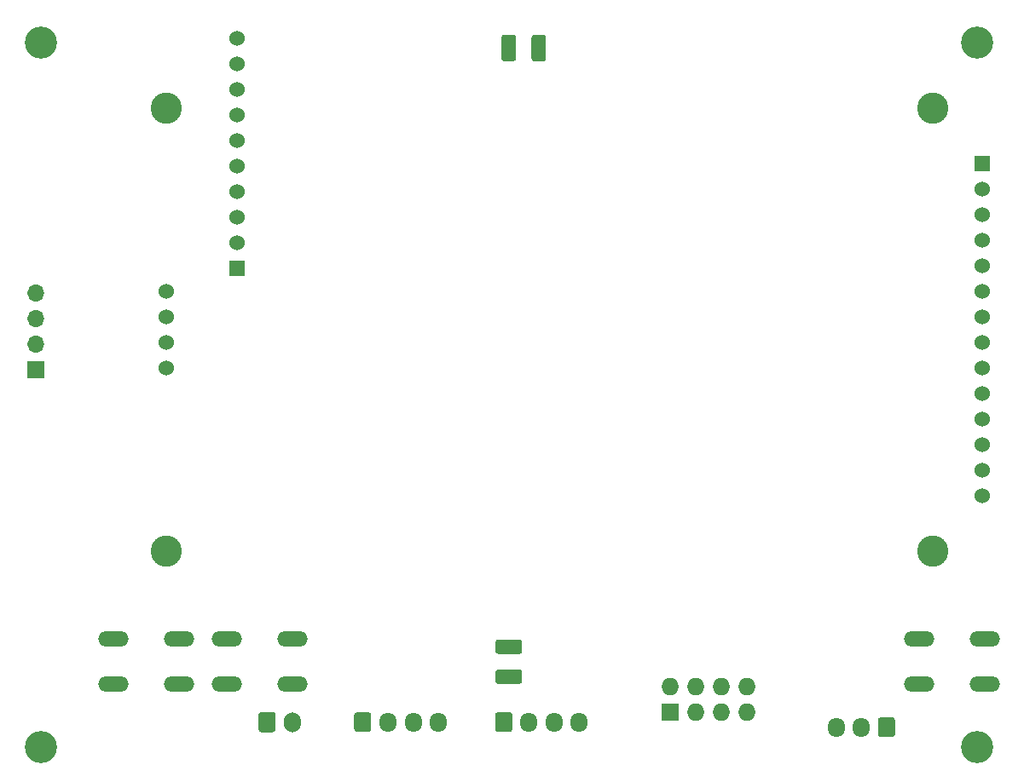
<source format=gbr>
G04 #@! TF.GenerationSoftware,KiCad,Pcbnew,5.1.7-a382d34a8~87~ubuntu18.04.1*
G04 #@! TF.CreationDate,2020-12-04T06:12:41+00:00*
G04 #@! TF.ProjectId,display,64697370-6c61-4792-9e6b-696361645f70,1.0*
G04 #@! TF.SameCoordinates,Original*
G04 #@! TF.FileFunction,Soldermask,Bot*
G04 #@! TF.FilePolarity,Negative*
%FSLAX46Y46*%
G04 Gerber Fmt 4.6, Leading zero omitted, Abs format (unit mm)*
G04 Created by KiCad (PCBNEW 5.1.7-a382d34a8~87~ubuntu18.04.1) date 2020-12-04 06:12:41*
%MOMM*%
%LPD*%
G01*
G04 APERTURE LIST*
%ADD10C,3.200000*%
%ADD11C,3.100000*%
%ADD12R,1.524000X1.524000*%
%ADD13C,1.524000*%
%ADD14R,1.700000X1.700000*%
%ADD15O,1.700000X1.700000*%
%ADD16O,1.700000X2.000000*%
%ADD17R,1.727200X1.727200*%
%ADD18O,1.727200X1.727200*%
%ADD19O,1.700000X1.950000*%
%ADD20O,3.014980X1.506220*%
G04 APERTURE END LIST*
D10*
X102500000Y-137500000D03*
X195500000Y-137500000D03*
X195500000Y-67500000D03*
X102500000Y-67500000D03*
G36*
G01*
X150075000Y-128225000D02*
X147925000Y-128225000D01*
G75*
G02*
X147675000Y-127975000I0J250000D01*
G01*
X147675000Y-127050000D01*
G75*
G02*
X147925000Y-126800000I250000J0D01*
G01*
X150075000Y-126800000D01*
G75*
G02*
X150325000Y-127050000I0J-250000D01*
G01*
X150325000Y-127975000D01*
G75*
G02*
X150075000Y-128225000I-250000J0D01*
G01*
G37*
G36*
G01*
X150075000Y-131200000D02*
X147925000Y-131200000D01*
G75*
G02*
X147675000Y-130950000I0J250000D01*
G01*
X147675000Y-130025000D01*
G75*
G02*
X147925000Y-129775000I250000J0D01*
G01*
X150075000Y-129775000D01*
G75*
G02*
X150325000Y-130025000I0J-250000D01*
G01*
X150325000Y-130950000D01*
G75*
G02*
X150075000Y-131200000I-250000J0D01*
G01*
G37*
G36*
G01*
X148288000Y-69075000D02*
X148288000Y-66925000D01*
G75*
G02*
X148538000Y-66675000I250000J0D01*
G01*
X149463000Y-66675000D01*
G75*
G02*
X149713000Y-66925000I0J-250000D01*
G01*
X149713000Y-69075000D01*
G75*
G02*
X149463000Y-69325000I-250000J0D01*
G01*
X148538000Y-69325000D01*
G75*
G02*
X148288000Y-69075000I0J250000D01*
G01*
G37*
G36*
G01*
X151263000Y-69075000D02*
X151263000Y-66925000D01*
G75*
G02*
X151513000Y-66675000I250000J0D01*
G01*
X152438000Y-66675000D01*
G75*
G02*
X152688000Y-66925000I0J-250000D01*
G01*
X152688000Y-69075000D01*
G75*
G02*
X152438000Y-69325000I-250000J0D01*
G01*
X151513000Y-69325000D01*
G75*
G02*
X151263000Y-69075000I0J250000D01*
G01*
G37*
D11*
X115000000Y-74000000D03*
X115000000Y-118000000D03*
X191080000Y-118000000D03*
D12*
X196000000Y-79490000D03*
D13*
X196000000Y-82030000D03*
X196000000Y-84570000D03*
X196000000Y-87110000D03*
X196000000Y-89650000D03*
X196000000Y-92190000D03*
X196000000Y-94730000D03*
X196000000Y-97270000D03*
X196000000Y-99810000D03*
X196000000Y-102350000D03*
X196000000Y-104890000D03*
X196000000Y-107430000D03*
X196000000Y-109970000D03*
X196000000Y-112510000D03*
X115000000Y-92190000D03*
X115000000Y-94730000D03*
X115000000Y-97270000D03*
X115000000Y-99810000D03*
D11*
X191080000Y-74000000D03*
D14*
X102000000Y-100000000D03*
D15*
X102000000Y-97460000D03*
X102000000Y-94920000D03*
X102000000Y-92380000D03*
G36*
G01*
X124150000Y-135750000D02*
X124150000Y-134250000D01*
G75*
G02*
X124400000Y-134000000I250000J0D01*
G01*
X125600000Y-134000000D01*
G75*
G02*
X125850000Y-134250000I0J-250000D01*
G01*
X125850000Y-135750000D01*
G75*
G02*
X125600000Y-136000000I-250000J0D01*
G01*
X124400000Y-136000000D01*
G75*
G02*
X124150000Y-135750000I0J250000D01*
G01*
G37*
D16*
X127500000Y-135000000D03*
D17*
X165000000Y-134000000D03*
D18*
X165000000Y-131460000D03*
X167540000Y-134000000D03*
X167540000Y-131460000D03*
X170080000Y-134000000D03*
X170080000Y-131460000D03*
X172620000Y-134000000D03*
X172620000Y-131460000D03*
G36*
G01*
X187350000Y-134775000D02*
X187350000Y-136225000D01*
G75*
G02*
X187100000Y-136475000I-250000J0D01*
G01*
X185900000Y-136475000D01*
G75*
G02*
X185650000Y-136225000I0J250000D01*
G01*
X185650000Y-134775000D01*
G75*
G02*
X185900000Y-134525000I250000J0D01*
G01*
X187100000Y-134525000D01*
G75*
G02*
X187350000Y-134775000I0J-250000D01*
G01*
G37*
D19*
X184000000Y-135500000D03*
X181500000Y-135500000D03*
G36*
G01*
X147650000Y-135725000D02*
X147650000Y-134275000D01*
G75*
G02*
X147900000Y-134025000I250000J0D01*
G01*
X149100000Y-134025000D01*
G75*
G02*
X149350000Y-134275000I0J-250000D01*
G01*
X149350000Y-135725000D01*
G75*
G02*
X149100000Y-135975000I-250000J0D01*
G01*
X147900000Y-135975000D01*
G75*
G02*
X147650000Y-135725000I0J250000D01*
G01*
G37*
X151000000Y-135000000D03*
X153500000Y-135000000D03*
X156000000Y-135000000D03*
X142000000Y-135000000D03*
X139500000Y-135000000D03*
X137000000Y-135000000D03*
G36*
G01*
X133650000Y-135725000D02*
X133650000Y-134275000D01*
G75*
G02*
X133900000Y-134025000I250000J0D01*
G01*
X135100000Y-134025000D01*
G75*
G02*
X135350000Y-134275000I0J-250000D01*
G01*
X135350000Y-135725000D01*
G75*
G02*
X135100000Y-135975000I-250000J0D01*
G01*
X133900000Y-135975000D01*
G75*
G02*
X133650000Y-135725000I0J250000D01*
G01*
G37*
D12*
X122048000Y-89908000D03*
D13*
X122048000Y-87368000D03*
X122048000Y-84828000D03*
X122048000Y-82288000D03*
X122048000Y-79748000D03*
X122048000Y-77208000D03*
X122048000Y-74668000D03*
X122048000Y-72128000D03*
X122048000Y-69588000D03*
X122048000Y-67048000D03*
D20*
X109751340Y-131247900D03*
X116248660Y-131247900D03*
X109751340Y-126752100D03*
X116248660Y-126752100D03*
X127497660Y-126752100D03*
X121000340Y-126752100D03*
X127497660Y-131247900D03*
X121000340Y-131247900D03*
X189751340Y-131247900D03*
X196248660Y-131247900D03*
X189751340Y-126752100D03*
X196248660Y-126752100D03*
M02*

</source>
